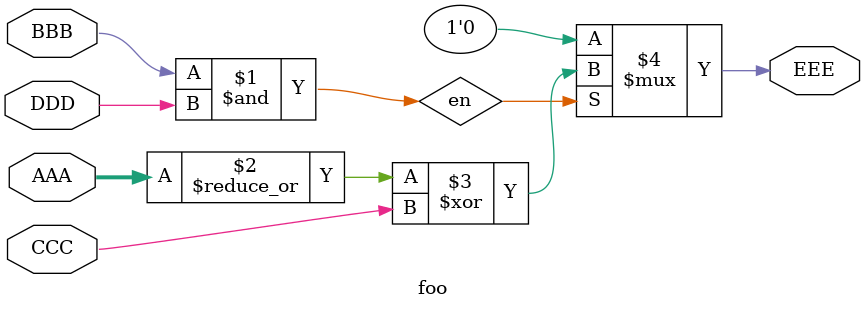
<source format=sv>
module foo(
  AAA,
  BBB,
  CCC,
  DDD,
  EEE
);
  input [3:0] AAA;
  input BBB;
  input CCC;
  input DDD;
  output EEE;

  // 適当なロジック（テスト用途）
  wire en = BBB & DDD;
  assign EEE = en ? (|AAA) ^ CCC : 1'b0;
endmodule

</source>
